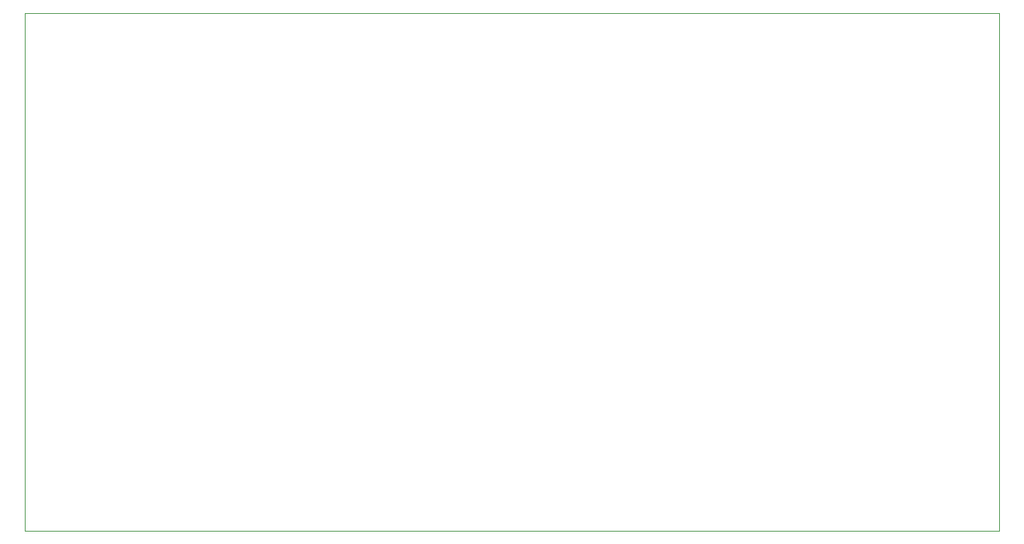
<source format=gm1>
G04 #@! TF.GenerationSoftware,KiCad,Pcbnew,(6.0.0)*
G04 #@! TF.CreationDate,2022-07-19T14:29:55+02:00*
G04 #@! TF.ProjectId,mht-base,6e666c2d-6261-4736-952e-6b696361645f,rev?*
G04 #@! TF.SameCoordinates,Original*
G04 #@! TF.FileFunction,Profile,NP*
%FSLAX46Y46*%
G04 Gerber Fmt 4.6, Leading zero omitted, Abs format (unit mm)*
G04 Created by KiCad (PCBNEW (6.0.0)) date 2022-07-19 14:29:55*
%MOMM*%
%LPD*%
G01*
G04 APERTURE LIST*
G04 #@! TA.AperFunction,Profile*
%ADD10C,0.050000*%
G04 #@! TD*
G04 APERTURE END LIST*
D10*
X39000000Y-60000000D02*
X39000000Y-120000000D01*
X152000000Y-60000000D02*
X39000000Y-60000000D01*
X152000000Y-60000000D02*
X152000000Y-120000000D01*
X39000000Y-120000000D02*
X152000000Y-120000000D01*
M02*

</source>
